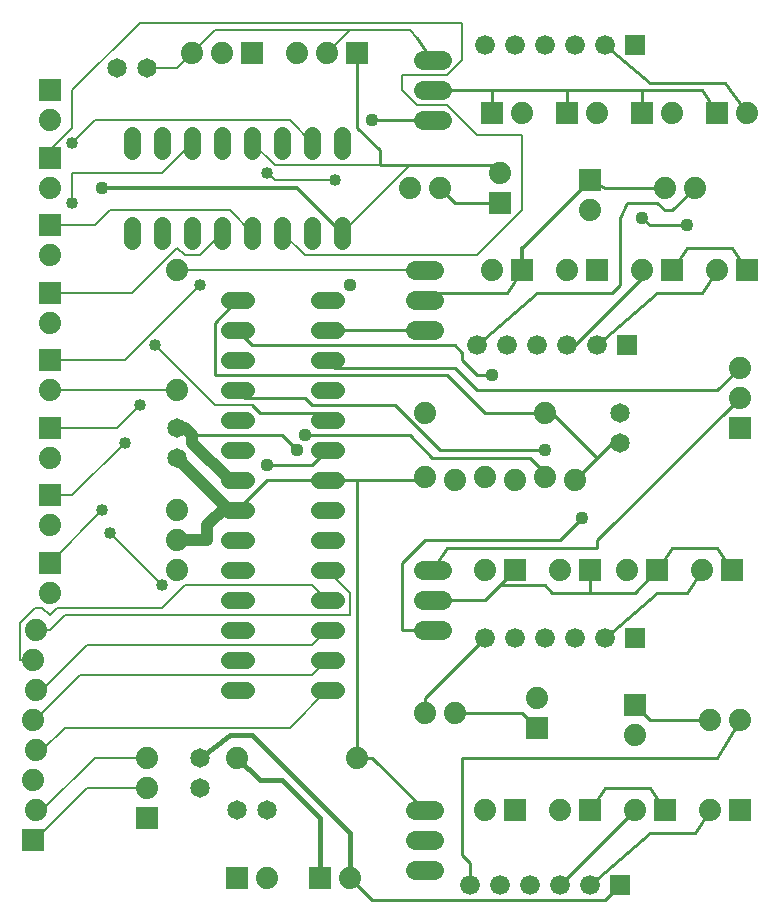
<source format=gbl>
G75*
%MOIN*%
%OFA0B0*%
%FSLAX24Y24*%
%IPPOS*%
%LPD*%
%AMOC8*
5,1,8,0,0,1.08239X$1,22.5*
%
%ADD10R,0.0740X0.0740*%
%ADD11C,0.0740*%
%ADD12C,0.0650*%
%ADD13C,0.0560*%
%ADD14C,0.0640*%
%ADD15R,0.0660X0.0660*%
%ADD16C,0.0660*%
%ADD17C,0.0160*%
%ADD18C,0.0100*%
%ADD19C,0.0436*%
%ADD20C,0.0080*%
%ADD21C,0.0120*%
%ADD22C,0.0400*%
%ADD23C,0.0440*%
%ADD24C,0.0400*%
D10*
X000800Y002650D03*
X004600Y003400D03*
X007600Y001400D03*
X010350Y001400D03*
X016850Y003650D03*
X019350Y003650D03*
X017600Y006400D03*
X020850Y007150D03*
X021850Y003650D03*
X024350Y003650D03*
X024100Y011650D03*
X021600Y011650D03*
X019350Y011650D03*
X016850Y011650D03*
X024350Y016400D03*
X024600Y021650D03*
X022100Y021650D03*
X019600Y021650D03*
X017100Y021650D03*
X016350Y023900D03*
X016100Y026900D03*
X018600Y026900D03*
X019350Y024650D03*
X021100Y026900D03*
X023600Y026900D03*
X011600Y028900D03*
X008100Y028900D03*
X001350Y027650D03*
X001350Y025400D03*
X001350Y023150D03*
X001350Y020900D03*
X001350Y018650D03*
X001350Y016400D03*
X001350Y014150D03*
X001350Y011900D03*
D11*
X001350Y010900D03*
X000900Y009650D03*
X000800Y008650D03*
X000900Y007650D03*
X000800Y006650D03*
X000900Y005650D03*
X000800Y004650D03*
X000900Y003650D03*
X004600Y004400D03*
X004600Y005400D03*
X007600Y005400D03*
X008600Y001400D03*
X011350Y001400D03*
X011600Y005400D03*
X013850Y006900D03*
X014850Y006900D03*
X015850Y003650D03*
X018350Y003650D03*
X020850Y003650D03*
X020850Y006150D03*
X023350Y006650D03*
X024350Y006650D03*
X023350Y003650D03*
X017600Y007400D03*
X018350Y011650D03*
X020600Y011650D03*
X023100Y011650D03*
X018850Y014650D03*
X017850Y014750D03*
X016850Y014650D03*
X015850Y014750D03*
X014850Y014650D03*
X013850Y014750D03*
X013850Y016900D03*
X017850Y016900D03*
X018600Y021650D03*
X019350Y023650D03*
X021100Y021650D03*
X021850Y024400D03*
X022850Y024400D03*
X022100Y026900D03*
X019600Y026900D03*
X017100Y026900D03*
X016350Y024900D03*
X014350Y024400D03*
X013350Y024400D03*
X016100Y021650D03*
X010600Y028900D03*
X009600Y028900D03*
X007100Y028900D03*
X006100Y028900D03*
X001350Y026650D03*
X001350Y024400D03*
X001350Y022150D03*
X001350Y019900D03*
X001350Y017650D03*
X001350Y015400D03*
X001350Y013150D03*
X005600Y012650D03*
X005600Y011650D03*
X005600Y013650D03*
X005600Y017650D03*
X005600Y021650D03*
X015850Y011650D03*
X024350Y017400D03*
X024350Y018400D03*
X023600Y021650D03*
X024600Y026900D03*
D12*
X020350Y016900D03*
X020350Y015900D03*
X008600Y003650D03*
X007600Y003650D03*
X006350Y004400D03*
X006350Y005400D03*
X005600Y015400D03*
X005600Y016400D03*
X004600Y028400D03*
X003600Y028400D03*
D13*
X004100Y026180D02*
X004100Y025620D01*
X005100Y025620D02*
X005100Y026180D01*
X006100Y026180D02*
X006100Y025620D01*
X007100Y025620D02*
X007100Y026180D01*
X008100Y026180D02*
X008100Y025620D01*
X009100Y025620D02*
X009100Y026180D01*
X010100Y026180D02*
X010100Y025620D01*
X011100Y025620D02*
X011100Y026180D01*
X011100Y023180D02*
X011100Y022620D01*
X010100Y022620D02*
X010100Y023180D01*
X009100Y023180D02*
X009100Y022620D01*
X008100Y022620D02*
X008100Y023180D01*
X007100Y023180D02*
X007100Y022620D01*
X006100Y022620D02*
X006100Y023180D01*
X005100Y023180D02*
X005100Y022620D01*
X004100Y022620D02*
X004100Y023180D01*
X007320Y020650D02*
X007880Y020650D01*
X007880Y019650D02*
X007320Y019650D01*
X007320Y018650D02*
X007880Y018650D01*
X007880Y017650D02*
X007320Y017650D01*
X007320Y016650D02*
X007880Y016650D01*
X007880Y015650D02*
X007320Y015650D01*
X007320Y014650D02*
X007880Y014650D01*
X007880Y013650D02*
X007320Y013650D01*
X007320Y012650D02*
X007880Y012650D01*
X007880Y011650D02*
X007320Y011650D01*
X007320Y010650D02*
X007880Y010650D01*
X007880Y009650D02*
X007320Y009650D01*
X007320Y008650D02*
X007880Y008650D01*
X007880Y007650D02*
X007320Y007650D01*
X010320Y007650D02*
X010880Y007650D01*
X010880Y008650D02*
X010320Y008650D01*
X010320Y009650D02*
X010880Y009650D01*
X010880Y010650D02*
X010320Y010650D01*
X010320Y011650D02*
X010880Y011650D01*
X010880Y012650D02*
X010320Y012650D01*
X010320Y013650D02*
X010880Y013650D01*
X010880Y014650D02*
X010320Y014650D01*
X010320Y015650D02*
X010880Y015650D01*
X010880Y016650D02*
X010320Y016650D01*
X010320Y017650D02*
X010880Y017650D01*
X010880Y018650D02*
X010320Y018650D01*
X010320Y019650D02*
X010880Y019650D01*
X010880Y020650D02*
X010320Y020650D01*
D14*
X013530Y020650D02*
X014170Y020650D01*
X014170Y021650D02*
X013530Y021650D01*
X013530Y019650D02*
X014170Y019650D01*
X014420Y026650D02*
X013780Y026650D01*
X013780Y027650D02*
X014420Y027650D01*
X014420Y028650D02*
X013780Y028650D01*
X013780Y011650D02*
X014420Y011650D01*
X014420Y010650D02*
X013780Y010650D01*
X013780Y009650D02*
X014420Y009650D01*
X014170Y003650D02*
X013530Y003650D01*
X013530Y002650D02*
X014170Y002650D01*
X014170Y001650D02*
X013530Y001650D01*
D15*
X020350Y001150D03*
X020850Y009400D03*
X020600Y019150D03*
X020850Y029150D03*
D16*
X019850Y029150D03*
X018850Y029150D03*
X017850Y029150D03*
X016850Y029150D03*
X015850Y029150D03*
X015600Y019150D03*
X016600Y019150D03*
X017600Y019150D03*
X018600Y019150D03*
X019600Y019150D03*
X019850Y009400D03*
X018850Y009400D03*
X017850Y009400D03*
X016850Y009400D03*
X015850Y009400D03*
X015350Y001150D03*
X016350Y001150D03*
X017350Y001150D03*
X018350Y001150D03*
X019350Y001150D03*
D17*
X011350Y001400D02*
X011350Y002900D01*
X008100Y006150D01*
X007350Y006150D01*
X006350Y005400D01*
X007600Y005400D02*
X008350Y004650D01*
X009100Y004650D01*
X010350Y003400D01*
X010350Y001400D01*
D18*
X011350Y001400D02*
X012100Y000650D01*
X019850Y000650D01*
X020350Y001150D01*
X019350Y001150D02*
X021350Y002900D01*
X022850Y002900D01*
X023350Y003650D01*
X023600Y005400D02*
X024350Y006650D01*
X023350Y006650D02*
X021350Y006650D01*
X020850Y007150D01*
X019850Y009400D02*
X021600Y010900D01*
X022600Y010900D01*
X023100Y011650D01*
X023600Y012400D02*
X022100Y012400D01*
X021600Y011650D01*
X020850Y010900D01*
X019350Y010900D01*
X019350Y011650D01*
X019600Y012400D02*
X019600Y012650D01*
X024350Y017400D01*
X023600Y017650D02*
X024350Y018400D01*
X023600Y017650D02*
X015600Y017650D01*
X014850Y018400D01*
X010850Y018400D01*
X010600Y018650D01*
X010600Y019650D02*
X013850Y019650D01*
X013850Y020650D02*
X014350Y020900D01*
X016600Y020900D01*
X017100Y021650D01*
X017100Y022400D02*
X019350Y024650D01*
X019850Y024400D01*
X021850Y024400D01*
X021600Y023900D02*
X021850Y023650D01*
X022100Y023650D01*
X022850Y024400D01*
X022600Y023150D02*
X021350Y023150D01*
X021100Y023400D01*
X020600Y023900D02*
X021600Y023900D01*
X020600Y023900D02*
X020350Y023400D01*
X020350Y021150D01*
X020100Y020900D01*
X017600Y020900D01*
X015600Y019150D01*
X015100Y018900D02*
X015100Y018650D01*
X015600Y018150D01*
X016100Y018150D01*
X015100Y018900D02*
X014850Y019150D01*
X008100Y019150D01*
X007600Y019650D01*
X006850Y019900D02*
X006850Y018150D01*
X014600Y018150D01*
X015850Y016900D01*
X017850Y016900D01*
X018100Y016900D01*
X019600Y015400D01*
X018850Y014650D01*
X017850Y014750D02*
X017850Y014900D01*
X017350Y015400D01*
X014100Y015400D01*
X013350Y016150D01*
X009850Y016150D01*
X009600Y015650D02*
X009100Y016150D01*
X006100Y016150D01*
X007600Y017650D02*
X007850Y017400D01*
X009850Y017400D01*
X010100Y017150D01*
X012850Y017150D01*
X014350Y015650D01*
X017850Y015650D01*
X019600Y015400D02*
X020100Y015900D01*
X020350Y015900D01*
X019100Y013400D02*
X018350Y012650D01*
X013850Y012650D01*
X013100Y011900D01*
X013100Y009650D01*
X014100Y009650D01*
X014100Y010650D02*
X015850Y010650D01*
X016350Y011150D01*
X017850Y011150D01*
X018100Y010900D01*
X019350Y010900D01*
X019600Y012400D02*
X014600Y012400D01*
X014100Y011650D01*
X015850Y009400D02*
X013850Y007400D01*
X013850Y006900D01*
X014850Y006900D02*
X017100Y006900D01*
X017600Y006400D01*
X019850Y004400D02*
X021350Y004400D01*
X021850Y003650D01*
X020850Y003650D02*
X018350Y001150D01*
X019350Y003650D02*
X019850Y004400D01*
X023600Y005400D02*
X015100Y005400D01*
X015100Y002150D01*
X015350Y001900D01*
X015350Y001150D01*
X013850Y003650D02*
X012100Y005400D01*
X011600Y005400D01*
X011600Y014650D01*
X010600Y014650D01*
X008600Y014650D01*
X007600Y013650D01*
X007350Y013650D01*
X008600Y015150D02*
X010100Y015150D01*
X010600Y015650D01*
X010600Y016650D02*
X010350Y016900D01*
X008350Y016900D01*
X008100Y017150D01*
X006850Y019900D02*
X007600Y020650D01*
X012350Y025150D02*
X012350Y025650D01*
X011600Y026400D01*
X011600Y028900D01*
X013600Y029400D02*
X014100Y028650D01*
X014100Y027650D02*
X016100Y027650D01*
X016100Y026900D01*
X016100Y027650D02*
X018600Y027650D01*
X018600Y026900D01*
X018600Y027650D02*
X021100Y027650D01*
X023100Y027650D01*
X023600Y026900D01*
X024600Y026900D02*
X023850Y027900D01*
X021350Y027900D01*
X019850Y029150D01*
X021100Y027650D02*
X021100Y026900D01*
X022600Y022400D02*
X022100Y021650D01*
X022600Y022400D02*
X024100Y022400D01*
X024600Y021650D01*
X023600Y021650D02*
X023100Y020900D01*
X021600Y020900D01*
X019600Y019150D01*
X018850Y019150D02*
X021100Y021400D01*
X021100Y021650D01*
X018850Y019150D02*
X018600Y019150D01*
X016350Y023900D02*
X014850Y023900D01*
X014350Y024400D01*
X013350Y025150D02*
X016100Y025150D01*
X016350Y024900D01*
X014100Y026650D02*
X012100Y026650D01*
X012350Y025150D02*
X013350Y025150D01*
X013850Y014750D02*
X013850Y014650D01*
X011600Y014650D01*
X016350Y011150D02*
X016850Y011650D01*
X023600Y012400D02*
X024100Y011650D01*
D19*
X019100Y013400D03*
X017850Y015650D03*
X022600Y023150D03*
X021100Y023400D03*
X012100Y026650D03*
X003100Y024400D03*
D20*
X003350Y023650D02*
X002850Y023150D01*
X001350Y023150D01*
X002100Y023900D02*
X002100Y024900D01*
X005100Y024900D01*
X006100Y025900D01*
X007350Y023650D02*
X003350Y023650D01*
X002100Y025900D02*
X002850Y026650D01*
X009350Y026650D01*
X010100Y025900D01*
X010850Y024650D02*
X008850Y024650D01*
X008600Y024900D01*
X008850Y025150D02*
X012350Y025150D01*
X013350Y025150D02*
X011100Y022900D01*
X009850Y022150D02*
X015600Y022150D01*
X017100Y023650D01*
X017100Y026150D01*
X015600Y026150D01*
X014600Y027150D01*
X013600Y027150D01*
X013100Y027650D01*
X013100Y028150D01*
X014600Y028150D01*
X015100Y028650D01*
X015100Y029900D01*
X004350Y029900D01*
X002100Y027650D01*
X002100Y026400D01*
X001350Y025650D01*
X001350Y025400D01*
X004600Y028400D02*
X005600Y028400D01*
X006100Y028900D01*
X006850Y029650D01*
X011350Y029650D01*
X013350Y029650D01*
X013600Y029400D01*
X011350Y029650D02*
X010600Y028900D01*
X008100Y025900D02*
X008850Y025150D01*
X007350Y023650D02*
X008100Y022900D01*
X007100Y022900D02*
X006350Y022150D01*
X005850Y022150D01*
X005600Y022400D01*
X004100Y020900D01*
X001350Y020900D01*
X001350Y018650D02*
X003850Y018650D01*
X006350Y021150D01*
X005600Y021650D02*
X013850Y021650D01*
X009850Y022150D02*
X009100Y022900D01*
X004850Y019150D02*
X006850Y017150D01*
X008100Y017150D01*
X005600Y017650D02*
X001350Y017650D01*
X001350Y016400D02*
X003600Y016400D01*
X004350Y017150D01*
X003850Y015900D02*
X002100Y014150D01*
X001350Y014150D01*
X003100Y013650D02*
X001350Y011900D01*
X001100Y010400D02*
X000850Y010400D01*
X000350Y009900D01*
X000350Y008650D01*
X000800Y008650D01*
X000900Y007650D02*
X001100Y007650D01*
X002600Y009150D01*
X010100Y009150D01*
X010600Y009650D01*
X011350Y010150D02*
X001850Y010150D01*
X001350Y009650D01*
X000900Y009650D01*
X001350Y010150D02*
X001100Y010400D01*
X001350Y010150D02*
X001600Y010400D01*
X005100Y010400D01*
X005850Y011150D01*
X010100Y011150D01*
X010600Y010650D01*
X011350Y010900D02*
X010600Y011650D01*
X011350Y010900D02*
X011350Y010150D01*
X010600Y008650D02*
X010100Y008150D01*
X002350Y008150D01*
X000850Y006650D01*
X000800Y006650D01*
X000900Y005650D02*
X001100Y005650D01*
X001850Y006400D01*
X009350Y006400D01*
X010600Y007650D01*
X005100Y011150D02*
X003350Y012900D01*
X002850Y005400D02*
X004600Y005400D01*
X004600Y004400D02*
X002600Y004400D01*
X000850Y002650D01*
X000800Y002650D01*
X000900Y003650D02*
X001100Y003650D01*
X002850Y005400D01*
D21*
X017100Y021650D02*
X017100Y022400D01*
X011100Y022900D02*
X009600Y024400D01*
X003100Y024400D01*
D22*
X005600Y016400D02*
X005850Y016400D01*
X006100Y016150D01*
X006100Y015900D01*
X007350Y014650D01*
X007600Y014650D01*
X007225Y013775D02*
X006600Y013150D01*
X006600Y012650D01*
X005600Y012650D01*
X007225Y013775D02*
X007350Y013650D01*
X007225Y013775D02*
X005600Y015400D01*
D23*
X008600Y015150D03*
X009600Y015650D03*
X009850Y016150D03*
X011350Y021150D03*
X016100Y018150D03*
D24*
X010850Y024650D03*
X008600Y024900D03*
X006350Y021150D03*
X004850Y019150D03*
X004350Y017150D03*
X003850Y015900D03*
X003100Y013650D03*
X003350Y012900D03*
X005100Y011150D03*
X002100Y023900D03*
X002100Y025900D03*
M02*

</source>
